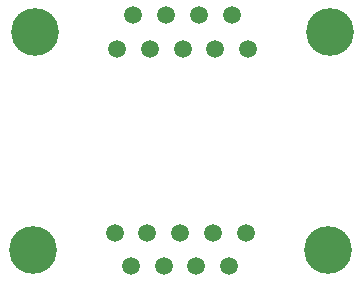
<source format=gbs>
%TF.GenerationSoftware,KiCad,Pcbnew,7.0.1-0*%
%TF.CreationDate,2023-04-20T22:45:14-04:00*%
%TF.ProjectId,Mousy,4d6f7573-792e-46b6-9963-61645f706362,rev?*%
%TF.SameCoordinates,Original*%
%TF.FileFunction,Soldermask,Bot*%
%TF.FilePolarity,Negative*%
%FSLAX46Y46*%
G04 Gerber Fmt 4.6, Leading zero omitted, Abs format (unit mm)*
G04 Created by KiCad (PCBNEW 7.0.1-0) date 2023-04-20 22:45:14*
%MOMM*%
%LPD*%
G01*
G04 APERTURE LIST*
%ADD10C,1.498600*%
%ADD11C,4.048000*%
G04 APERTURE END LIST*
D10*
%TO.C,J2*%
X198784999Y-64920000D03*
X196015000Y-64920000D03*
X193245000Y-64920000D03*
X190475000Y-64920000D03*
X187705001Y-64920000D03*
X197400001Y-62080001D03*
X194630001Y-62080001D03*
X191860002Y-62080001D03*
X189090002Y-62080001D03*
D11*
X180750000Y-63500000D03*
X205740000Y-63500000D03*
%TD*%
D10*
%TO.C,J1*%
X187500001Y-80520002D03*
X190270000Y-80520002D03*
X193040000Y-80520002D03*
X195810000Y-80520002D03*
X198579999Y-80520002D03*
X188884999Y-83360001D03*
X191654999Y-83360001D03*
X194424998Y-83360001D03*
X197194998Y-83360001D03*
D11*
X205535000Y-81940002D03*
X180545000Y-81940002D03*
%TD*%
M02*

</source>
